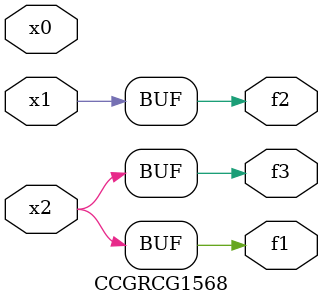
<source format=v>
module CCGRCG1568(
	input x0, x1, x2,
	output f1, f2, f3
);
	assign f1 = x2;
	assign f2 = x1;
	assign f3 = x2;
endmodule

</source>
